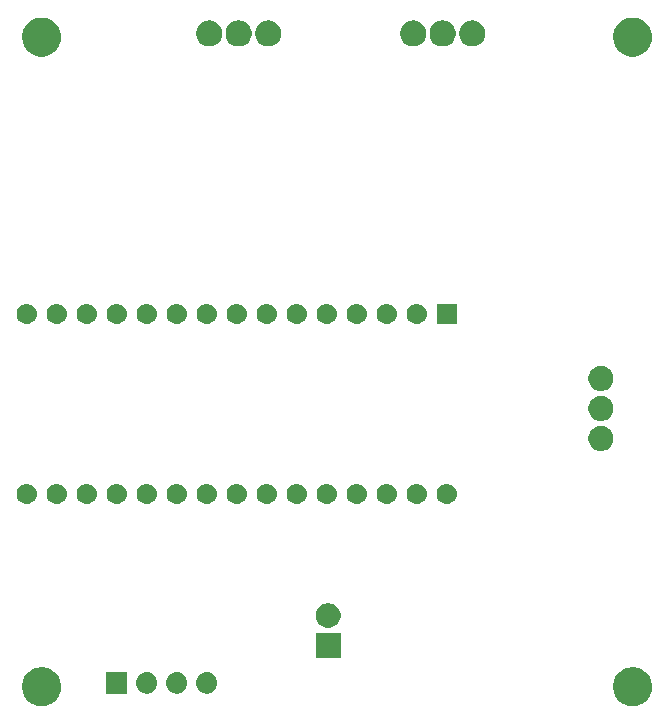
<source format=gbs>
G04 #@! TF.GenerationSoftware,KiCad,Pcbnew,(5.1.2-1)-1*
G04 #@! TF.CreationDate,2019-06-15T18:23:21+02:00*
G04 #@! TF.ProjectId,laser_control,6c617365-725f-4636-9f6e-74726f6c2e6b,rev?*
G04 #@! TF.SameCoordinates,Original*
G04 #@! TF.FileFunction,Soldermask,Bot*
G04 #@! TF.FilePolarity,Negative*
%FSLAX46Y46*%
G04 Gerber Fmt 4.6, Leading zero omitted, Abs format (unit mm)*
G04 Created by KiCad (PCBNEW (5.1.2-1)-1) date 2019-06-15 18:23:21*
%MOMM*%
%LPD*%
G04 APERTURE LIST*
%ADD10C,0.100000*%
G04 APERTURE END LIST*
D10*
G36*
X153537256Y-119991298D02*
G01*
X153643579Y-120012447D01*
X153944042Y-120136903D01*
X154214451Y-120317585D01*
X154444415Y-120547549D01*
X154625097Y-120817958D01*
X154745392Y-121108375D01*
X154749553Y-121118422D01*
X154813000Y-121437389D01*
X154813000Y-121762611D01*
X154770702Y-121975256D01*
X154749553Y-122081579D01*
X154625097Y-122382042D01*
X154444415Y-122652451D01*
X154214451Y-122882415D01*
X153944042Y-123063097D01*
X153643579Y-123187553D01*
X153537256Y-123208702D01*
X153324611Y-123251000D01*
X152999389Y-123251000D01*
X152786744Y-123208702D01*
X152680421Y-123187553D01*
X152379958Y-123063097D01*
X152109549Y-122882415D01*
X151879585Y-122652451D01*
X151698903Y-122382042D01*
X151574447Y-122081579D01*
X151553298Y-121975256D01*
X151511000Y-121762611D01*
X151511000Y-121437389D01*
X151574447Y-121118422D01*
X151578609Y-121108375D01*
X151698903Y-120817958D01*
X151879585Y-120547549D01*
X152109549Y-120317585D01*
X152379958Y-120136903D01*
X152680421Y-120012447D01*
X152786744Y-119991298D01*
X152999389Y-119949000D01*
X153324611Y-119949000D01*
X153537256Y-119991298D01*
X153537256Y-119991298D01*
G37*
G36*
X103499256Y-119991298D02*
G01*
X103605579Y-120012447D01*
X103906042Y-120136903D01*
X104176451Y-120317585D01*
X104406415Y-120547549D01*
X104587097Y-120817958D01*
X104707392Y-121108375D01*
X104711553Y-121118422D01*
X104775000Y-121437389D01*
X104775000Y-121762611D01*
X104732702Y-121975256D01*
X104711553Y-122081579D01*
X104587097Y-122382042D01*
X104406415Y-122652451D01*
X104176451Y-122882415D01*
X103906042Y-123063097D01*
X103605579Y-123187553D01*
X103499256Y-123208702D01*
X103286611Y-123251000D01*
X102961389Y-123251000D01*
X102748744Y-123208702D01*
X102642421Y-123187553D01*
X102341958Y-123063097D01*
X102071549Y-122882415D01*
X101841585Y-122652451D01*
X101660903Y-122382042D01*
X101536447Y-122081579D01*
X101515298Y-121975256D01*
X101473000Y-121762611D01*
X101473000Y-121437389D01*
X101536447Y-121118422D01*
X101540609Y-121108375D01*
X101660903Y-120817958D01*
X101841585Y-120547549D01*
X102071549Y-120317585D01*
X102341958Y-120136903D01*
X102642421Y-120012447D01*
X102748744Y-119991298D01*
X102961389Y-119949000D01*
X103286611Y-119949000D01*
X103499256Y-119991298D01*
X103499256Y-119991298D01*
G37*
G36*
X112124443Y-120390519D02*
G01*
X112190627Y-120397037D01*
X112360466Y-120448557D01*
X112516991Y-120532222D01*
X112535669Y-120547551D01*
X112654186Y-120644814D01*
X112737448Y-120746271D01*
X112766778Y-120782009D01*
X112850443Y-120938534D01*
X112901963Y-121108373D01*
X112919359Y-121285000D01*
X112901963Y-121461627D01*
X112850443Y-121631466D01*
X112766778Y-121787991D01*
X112737448Y-121823729D01*
X112654186Y-121925186D01*
X112552729Y-122008448D01*
X112516991Y-122037778D01*
X112360466Y-122121443D01*
X112190627Y-122172963D01*
X112124442Y-122179482D01*
X112058260Y-122186000D01*
X111969740Y-122186000D01*
X111903558Y-122179482D01*
X111837373Y-122172963D01*
X111667534Y-122121443D01*
X111511009Y-122037778D01*
X111475271Y-122008448D01*
X111373814Y-121925186D01*
X111290552Y-121823729D01*
X111261222Y-121787991D01*
X111177557Y-121631466D01*
X111126037Y-121461627D01*
X111108641Y-121285000D01*
X111126037Y-121108373D01*
X111177557Y-120938534D01*
X111261222Y-120782009D01*
X111290552Y-120746271D01*
X111373814Y-120644814D01*
X111492331Y-120547551D01*
X111511009Y-120532222D01*
X111667534Y-120448557D01*
X111837373Y-120397037D01*
X111903557Y-120390519D01*
X111969740Y-120384000D01*
X112058260Y-120384000D01*
X112124443Y-120390519D01*
X112124443Y-120390519D01*
G37*
G36*
X110375000Y-122186000D02*
G01*
X108573000Y-122186000D01*
X108573000Y-120384000D01*
X110375000Y-120384000D01*
X110375000Y-122186000D01*
X110375000Y-122186000D01*
G37*
G36*
X117204443Y-120390519D02*
G01*
X117270627Y-120397037D01*
X117440466Y-120448557D01*
X117596991Y-120532222D01*
X117615669Y-120547551D01*
X117734186Y-120644814D01*
X117817448Y-120746271D01*
X117846778Y-120782009D01*
X117930443Y-120938534D01*
X117981963Y-121108373D01*
X117999359Y-121285000D01*
X117981963Y-121461627D01*
X117930443Y-121631466D01*
X117846778Y-121787991D01*
X117817448Y-121823729D01*
X117734186Y-121925186D01*
X117632729Y-122008448D01*
X117596991Y-122037778D01*
X117440466Y-122121443D01*
X117270627Y-122172963D01*
X117204442Y-122179482D01*
X117138260Y-122186000D01*
X117049740Y-122186000D01*
X116983558Y-122179482D01*
X116917373Y-122172963D01*
X116747534Y-122121443D01*
X116591009Y-122037778D01*
X116555271Y-122008448D01*
X116453814Y-121925186D01*
X116370552Y-121823729D01*
X116341222Y-121787991D01*
X116257557Y-121631466D01*
X116206037Y-121461627D01*
X116188641Y-121285000D01*
X116206037Y-121108373D01*
X116257557Y-120938534D01*
X116341222Y-120782009D01*
X116370552Y-120746271D01*
X116453814Y-120644814D01*
X116572331Y-120547551D01*
X116591009Y-120532222D01*
X116747534Y-120448557D01*
X116917373Y-120397037D01*
X116983557Y-120390519D01*
X117049740Y-120384000D01*
X117138260Y-120384000D01*
X117204443Y-120390519D01*
X117204443Y-120390519D01*
G37*
G36*
X114664443Y-120390519D02*
G01*
X114730627Y-120397037D01*
X114900466Y-120448557D01*
X115056991Y-120532222D01*
X115075669Y-120547551D01*
X115194186Y-120644814D01*
X115277448Y-120746271D01*
X115306778Y-120782009D01*
X115390443Y-120938534D01*
X115441963Y-121108373D01*
X115459359Y-121285000D01*
X115441963Y-121461627D01*
X115390443Y-121631466D01*
X115306778Y-121787991D01*
X115277448Y-121823729D01*
X115194186Y-121925186D01*
X115092729Y-122008448D01*
X115056991Y-122037778D01*
X114900466Y-122121443D01*
X114730627Y-122172963D01*
X114664442Y-122179482D01*
X114598260Y-122186000D01*
X114509740Y-122186000D01*
X114443558Y-122179482D01*
X114377373Y-122172963D01*
X114207534Y-122121443D01*
X114051009Y-122037778D01*
X114015271Y-122008448D01*
X113913814Y-121925186D01*
X113830552Y-121823729D01*
X113801222Y-121787991D01*
X113717557Y-121631466D01*
X113666037Y-121461627D01*
X113648641Y-121285000D01*
X113666037Y-121108373D01*
X113717557Y-120938534D01*
X113801222Y-120782009D01*
X113830552Y-120746271D01*
X113913814Y-120644814D01*
X114032331Y-120547551D01*
X114051009Y-120532222D01*
X114207534Y-120448557D01*
X114377373Y-120397037D01*
X114443557Y-120390519D01*
X114509740Y-120384000D01*
X114598260Y-120384000D01*
X114664443Y-120390519D01*
X114664443Y-120390519D01*
G37*
G36*
X128432000Y-119161000D02*
G01*
X126330000Y-119161000D01*
X126330000Y-117059000D01*
X128432000Y-117059000D01*
X128432000Y-119161000D01*
X128432000Y-119161000D01*
G37*
G36*
X127687564Y-114559389D02*
G01*
X127878833Y-114638615D01*
X127878835Y-114638616D01*
X128050973Y-114753635D01*
X128197365Y-114900027D01*
X128312385Y-115072167D01*
X128391611Y-115263436D01*
X128432000Y-115466484D01*
X128432000Y-115673516D01*
X128391611Y-115876564D01*
X128312385Y-116067833D01*
X128312384Y-116067835D01*
X128197365Y-116239973D01*
X128050973Y-116386365D01*
X127878835Y-116501384D01*
X127878834Y-116501385D01*
X127878833Y-116501385D01*
X127687564Y-116580611D01*
X127484516Y-116621000D01*
X127277484Y-116621000D01*
X127074436Y-116580611D01*
X126883167Y-116501385D01*
X126883166Y-116501385D01*
X126883165Y-116501384D01*
X126711027Y-116386365D01*
X126564635Y-116239973D01*
X126449616Y-116067835D01*
X126449615Y-116067833D01*
X126370389Y-115876564D01*
X126330000Y-115673516D01*
X126330000Y-115466484D01*
X126370389Y-115263436D01*
X126449615Y-115072167D01*
X126564635Y-114900027D01*
X126711027Y-114753635D01*
X126883165Y-114638616D01*
X126883167Y-114638615D01*
X127074436Y-114559389D01*
X127277484Y-114519000D01*
X127484516Y-114519000D01*
X127687564Y-114559389D01*
X127687564Y-114559389D01*
G37*
G36*
X117260823Y-104444313D02*
G01*
X117421242Y-104492976D01*
X117553906Y-104563886D01*
X117569078Y-104571996D01*
X117698659Y-104678341D01*
X117805004Y-104807922D01*
X117805005Y-104807924D01*
X117884024Y-104955758D01*
X117932687Y-105116177D01*
X117949117Y-105283000D01*
X117932687Y-105449823D01*
X117884024Y-105610242D01*
X117813114Y-105742906D01*
X117805004Y-105758078D01*
X117698659Y-105887659D01*
X117569078Y-105994004D01*
X117569076Y-105994005D01*
X117421242Y-106073024D01*
X117260823Y-106121687D01*
X117135804Y-106134000D01*
X117052196Y-106134000D01*
X116927177Y-106121687D01*
X116766758Y-106073024D01*
X116618924Y-105994005D01*
X116618922Y-105994004D01*
X116489341Y-105887659D01*
X116382996Y-105758078D01*
X116374886Y-105742906D01*
X116303976Y-105610242D01*
X116255313Y-105449823D01*
X116238883Y-105283000D01*
X116255313Y-105116177D01*
X116303976Y-104955758D01*
X116382995Y-104807924D01*
X116382996Y-104807922D01*
X116489341Y-104678341D01*
X116618922Y-104571996D01*
X116634094Y-104563886D01*
X116766758Y-104492976D01*
X116927177Y-104444313D01*
X117052196Y-104432000D01*
X117135804Y-104432000D01*
X117260823Y-104444313D01*
X117260823Y-104444313D01*
G37*
G36*
X114720823Y-104444313D02*
G01*
X114881242Y-104492976D01*
X115013906Y-104563886D01*
X115029078Y-104571996D01*
X115158659Y-104678341D01*
X115265004Y-104807922D01*
X115265005Y-104807924D01*
X115344024Y-104955758D01*
X115392687Y-105116177D01*
X115409117Y-105283000D01*
X115392687Y-105449823D01*
X115344024Y-105610242D01*
X115273114Y-105742906D01*
X115265004Y-105758078D01*
X115158659Y-105887659D01*
X115029078Y-105994004D01*
X115029076Y-105994005D01*
X114881242Y-106073024D01*
X114720823Y-106121687D01*
X114595804Y-106134000D01*
X114512196Y-106134000D01*
X114387177Y-106121687D01*
X114226758Y-106073024D01*
X114078924Y-105994005D01*
X114078922Y-105994004D01*
X113949341Y-105887659D01*
X113842996Y-105758078D01*
X113834886Y-105742906D01*
X113763976Y-105610242D01*
X113715313Y-105449823D01*
X113698883Y-105283000D01*
X113715313Y-105116177D01*
X113763976Y-104955758D01*
X113842995Y-104807924D01*
X113842996Y-104807922D01*
X113949341Y-104678341D01*
X114078922Y-104571996D01*
X114094094Y-104563886D01*
X114226758Y-104492976D01*
X114387177Y-104444313D01*
X114512196Y-104432000D01*
X114595804Y-104432000D01*
X114720823Y-104444313D01*
X114720823Y-104444313D01*
G37*
G36*
X112180823Y-104444313D02*
G01*
X112341242Y-104492976D01*
X112473906Y-104563886D01*
X112489078Y-104571996D01*
X112618659Y-104678341D01*
X112725004Y-104807922D01*
X112725005Y-104807924D01*
X112804024Y-104955758D01*
X112852687Y-105116177D01*
X112869117Y-105283000D01*
X112852687Y-105449823D01*
X112804024Y-105610242D01*
X112733114Y-105742906D01*
X112725004Y-105758078D01*
X112618659Y-105887659D01*
X112489078Y-105994004D01*
X112489076Y-105994005D01*
X112341242Y-106073024D01*
X112180823Y-106121687D01*
X112055804Y-106134000D01*
X111972196Y-106134000D01*
X111847177Y-106121687D01*
X111686758Y-106073024D01*
X111538924Y-105994005D01*
X111538922Y-105994004D01*
X111409341Y-105887659D01*
X111302996Y-105758078D01*
X111294886Y-105742906D01*
X111223976Y-105610242D01*
X111175313Y-105449823D01*
X111158883Y-105283000D01*
X111175313Y-105116177D01*
X111223976Y-104955758D01*
X111302995Y-104807924D01*
X111302996Y-104807922D01*
X111409341Y-104678341D01*
X111538922Y-104571996D01*
X111554094Y-104563886D01*
X111686758Y-104492976D01*
X111847177Y-104444313D01*
X111972196Y-104432000D01*
X112055804Y-104432000D01*
X112180823Y-104444313D01*
X112180823Y-104444313D01*
G37*
G36*
X109640823Y-104444313D02*
G01*
X109801242Y-104492976D01*
X109933906Y-104563886D01*
X109949078Y-104571996D01*
X110078659Y-104678341D01*
X110185004Y-104807922D01*
X110185005Y-104807924D01*
X110264024Y-104955758D01*
X110312687Y-105116177D01*
X110329117Y-105283000D01*
X110312687Y-105449823D01*
X110264024Y-105610242D01*
X110193114Y-105742906D01*
X110185004Y-105758078D01*
X110078659Y-105887659D01*
X109949078Y-105994004D01*
X109949076Y-105994005D01*
X109801242Y-106073024D01*
X109640823Y-106121687D01*
X109515804Y-106134000D01*
X109432196Y-106134000D01*
X109307177Y-106121687D01*
X109146758Y-106073024D01*
X108998924Y-105994005D01*
X108998922Y-105994004D01*
X108869341Y-105887659D01*
X108762996Y-105758078D01*
X108754886Y-105742906D01*
X108683976Y-105610242D01*
X108635313Y-105449823D01*
X108618883Y-105283000D01*
X108635313Y-105116177D01*
X108683976Y-104955758D01*
X108762995Y-104807924D01*
X108762996Y-104807922D01*
X108869341Y-104678341D01*
X108998922Y-104571996D01*
X109014094Y-104563886D01*
X109146758Y-104492976D01*
X109307177Y-104444313D01*
X109432196Y-104432000D01*
X109515804Y-104432000D01*
X109640823Y-104444313D01*
X109640823Y-104444313D01*
G37*
G36*
X107100823Y-104444313D02*
G01*
X107261242Y-104492976D01*
X107393906Y-104563886D01*
X107409078Y-104571996D01*
X107538659Y-104678341D01*
X107645004Y-104807922D01*
X107645005Y-104807924D01*
X107724024Y-104955758D01*
X107772687Y-105116177D01*
X107789117Y-105283000D01*
X107772687Y-105449823D01*
X107724024Y-105610242D01*
X107653114Y-105742906D01*
X107645004Y-105758078D01*
X107538659Y-105887659D01*
X107409078Y-105994004D01*
X107409076Y-105994005D01*
X107261242Y-106073024D01*
X107100823Y-106121687D01*
X106975804Y-106134000D01*
X106892196Y-106134000D01*
X106767177Y-106121687D01*
X106606758Y-106073024D01*
X106458924Y-105994005D01*
X106458922Y-105994004D01*
X106329341Y-105887659D01*
X106222996Y-105758078D01*
X106214886Y-105742906D01*
X106143976Y-105610242D01*
X106095313Y-105449823D01*
X106078883Y-105283000D01*
X106095313Y-105116177D01*
X106143976Y-104955758D01*
X106222995Y-104807924D01*
X106222996Y-104807922D01*
X106329341Y-104678341D01*
X106458922Y-104571996D01*
X106474094Y-104563886D01*
X106606758Y-104492976D01*
X106767177Y-104444313D01*
X106892196Y-104432000D01*
X106975804Y-104432000D01*
X107100823Y-104444313D01*
X107100823Y-104444313D01*
G37*
G36*
X104560823Y-104444313D02*
G01*
X104721242Y-104492976D01*
X104853906Y-104563886D01*
X104869078Y-104571996D01*
X104998659Y-104678341D01*
X105105004Y-104807922D01*
X105105005Y-104807924D01*
X105184024Y-104955758D01*
X105232687Y-105116177D01*
X105249117Y-105283000D01*
X105232687Y-105449823D01*
X105184024Y-105610242D01*
X105113114Y-105742906D01*
X105105004Y-105758078D01*
X104998659Y-105887659D01*
X104869078Y-105994004D01*
X104869076Y-105994005D01*
X104721242Y-106073024D01*
X104560823Y-106121687D01*
X104435804Y-106134000D01*
X104352196Y-106134000D01*
X104227177Y-106121687D01*
X104066758Y-106073024D01*
X103918924Y-105994005D01*
X103918922Y-105994004D01*
X103789341Y-105887659D01*
X103682996Y-105758078D01*
X103674886Y-105742906D01*
X103603976Y-105610242D01*
X103555313Y-105449823D01*
X103538883Y-105283000D01*
X103555313Y-105116177D01*
X103603976Y-104955758D01*
X103682995Y-104807924D01*
X103682996Y-104807922D01*
X103789341Y-104678341D01*
X103918922Y-104571996D01*
X103934094Y-104563886D01*
X104066758Y-104492976D01*
X104227177Y-104444313D01*
X104352196Y-104432000D01*
X104435804Y-104432000D01*
X104560823Y-104444313D01*
X104560823Y-104444313D01*
G37*
G36*
X102020823Y-104444313D02*
G01*
X102181242Y-104492976D01*
X102313906Y-104563886D01*
X102329078Y-104571996D01*
X102458659Y-104678341D01*
X102565004Y-104807922D01*
X102565005Y-104807924D01*
X102644024Y-104955758D01*
X102692687Y-105116177D01*
X102709117Y-105283000D01*
X102692687Y-105449823D01*
X102644024Y-105610242D01*
X102573114Y-105742906D01*
X102565004Y-105758078D01*
X102458659Y-105887659D01*
X102329078Y-105994004D01*
X102329076Y-105994005D01*
X102181242Y-106073024D01*
X102020823Y-106121687D01*
X101895804Y-106134000D01*
X101812196Y-106134000D01*
X101687177Y-106121687D01*
X101526758Y-106073024D01*
X101378924Y-105994005D01*
X101378922Y-105994004D01*
X101249341Y-105887659D01*
X101142996Y-105758078D01*
X101134886Y-105742906D01*
X101063976Y-105610242D01*
X101015313Y-105449823D01*
X100998883Y-105283000D01*
X101015313Y-105116177D01*
X101063976Y-104955758D01*
X101142995Y-104807924D01*
X101142996Y-104807922D01*
X101249341Y-104678341D01*
X101378922Y-104571996D01*
X101394094Y-104563886D01*
X101526758Y-104492976D01*
X101687177Y-104444313D01*
X101812196Y-104432000D01*
X101895804Y-104432000D01*
X102020823Y-104444313D01*
X102020823Y-104444313D01*
G37*
G36*
X127420823Y-104444313D02*
G01*
X127581242Y-104492976D01*
X127713906Y-104563886D01*
X127729078Y-104571996D01*
X127858659Y-104678341D01*
X127965004Y-104807922D01*
X127965005Y-104807924D01*
X128044024Y-104955758D01*
X128092687Y-105116177D01*
X128109117Y-105283000D01*
X128092687Y-105449823D01*
X128044024Y-105610242D01*
X127973114Y-105742906D01*
X127965004Y-105758078D01*
X127858659Y-105887659D01*
X127729078Y-105994004D01*
X127729076Y-105994005D01*
X127581242Y-106073024D01*
X127420823Y-106121687D01*
X127295804Y-106134000D01*
X127212196Y-106134000D01*
X127087177Y-106121687D01*
X126926758Y-106073024D01*
X126778924Y-105994005D01*
X126778922Y-105994004D01*
X126649341Y-105887659D01*
X126542996Y-105758078D01*
X126534886Y-105742906D01*
X126463976Y-105610242D01*
X126415313Y-105449823D01*
X126398883Y-105283000D01*
X126415313Y-105116177D01*
X126463976Y-104955758D01*
X126542995Y-104807924D01*
X126542996Y-104807922D01*
X126649341Y-104678341D01*
X126778922Y-104571996D01*
X126794094Y-104563886D01*
X126926758Y-104492976D01*
X127087177Y-104444313D01*
X127212196Y-104432000D01*
X127295804Y-104432000D01*
X127420823Y-104444313D01*
X127420823Y-104444313D01*
G37*
G36*
X124880823Y-104444313D02*
G01*
X125041242Y-104492976D01*
X125173906Y-104563886D01*
X125189078Y-104571996D01*
X125318659Y-104678341D01*
X125425004Y-104807922D01*
X125425005Y-104807924D01*
X125504024Y-104955758D01*
X125552687Y-105116177D01*
X125569117Y-105283000D01*
X125552687Y-105449823D01*
X125504024Y-105610242D01*
X125433114Y-105742906D01*
X125425004Y-105758078D01*
X125318659Y-105887659D01*
X125189078Y-105994004D01*
X125189076Y-105994005D01*
X125041242Y-106073024D01*
X124880823Y-106121687D01*
X124755804Y-106134000D01*
X124672196Y-106134000D01*
X124547177Y-106121687D01*
X124386758Y-106073024D01*
X124238924Y-105994005D01*
X124238922Y-105994004D01*
X124109341Y-105887659D01*
X124002996Y-105758078D01*
X123994886Y-105742906D01*
X123923976Y-105610242D01*
X123875313Y-105449823D01*
X123858883Y-105283000D01*
X123875313Y-105116177D01*
X123923976Y-104955758D01*
X124002995Y-104807924D01*
X124002996Y-104807922D01*
X124109341Y-104678341D01*
X124238922Y-104571996D01*
X124254094Y-104563886D01*
X124386758Y-104492976D01*
X124547177Y-104444313D01*
X124672196Y-104432000D01*
X124755804Y-104432000D01*
X124880823Y-104444313D01*
X124880823Y-104444313D01*
G37*
G36*
X129960823Y-104444313D02*
G01*
X130121242Y-104492976D01*
X130253906Y-104563886D01*
X130269078Y-104571996D01*
X130398659Y-104678341D01*
X130505004Y-104807922D01*
X130505005Y-104807924D01*
X130584024Y-104955758D01*
X130632687Y-105116177D01*
X130649117Y-105283000D01*
X130632687Y-105449823D01*
X130584024Y-105610242D01*
X130513114Y-105742906D01*
X130505004Y-105758078D01*
X130398659Y-105887659D01*
X130269078Y-105994004D01*
X130269076Y-105994005D01*
X130121242Y-106073024D01*
X129960823Y-106121687D01*
X129835804Y-106134000D01*
X129752196Y-106134000D01*
X129627177Y-106121687D01*
X129466758Y-106073024D01*
X129318924Y-105994005D01*
X129318922Y-105994004D01*
X129189341Y-105887659D01*
X129082996Y-105758078D01*
X129074886Y-105742906D01*
X129003976Y-105610242D01*
X128955313Y-105449823D01*
X128938883Y-105283000D01*
X128955313Y-105116177D01*
X129003976Y-104955758D01*
X129082995Y-104807924D01*
X129082996Y-104807922D01*
X129189341Y-104678341D01*
X129318922Y-104571996D01*
X129334094Y-104563886D01*
X129466758Y-104492976D01*
X129627177Y-104444313D01*
X129752196Y-104432000D01*
X129835804Y-104432000D01*
X129960823Y-104444313D01*
X129960823Y-104444313D01*
G37*
G36*
X119800823Y-104444313D02*
G01*
X119961242Y-104492976D01*
X120093906Y-104563886D01*
X120109078Y-104571996D01*
X120238659Y-104678341D01*
X120345004Y-104807922D01*
X120345005Y-104807924D01*
X120424024Y-104955758D01*
X120472687Y-105116177D01*
X120489117Y-105283000D01*
X120472687Y-105449823D01*
X120424024Y-105610242D01*
X120353114Y-105742906D01*
X120345004Y-105758078D01*
X120238659Y-105887659D01*
X120109078Y-105994004D01*
X120109076Y-105994005D01*
X119961242Y-106073024D01*
X119800823Y-106121687D01*
X119675804Y-106134000D01*
X119592196Y-106134000D01*
X119467177Y-106121687D01*
X119306758Y-106073024D01*
X119158924Y-105994005D01*
X119158922Y-105994004D01*
X119029341Y-105887659D01*
X118922996Y-105758078D01*
X118914886Y-105742906D01*
X118843976Y-105610242D01*
X118795313Y-105449823D01*
X118778883Y-105283000D01*
X118795313Y-105116177D01*
X118843976Y-104955758D01*
X118922995Y-104807924D01*
X118922996Y-104807922D01*
X119029341Y-104678341D01*
X119158922Y-104571996D01*
X119174094Y-104563886D01*
X119306758Y-104492976D01*
X119467177Y-104444313D01*
X119592196Y-104432000D01*
X119675804Y-104432000D01*
X119800823Y-104444313D01*
X119800823Y-104444313D01*
G37*
G36*
X122340823Y-104444313D02*
G01*
X122501242Y-104492976D01*
X122633906Y-104563886D01*
X122649078Y-104571996D01*
X122778659Y-104678341D01*
X122885004Y-104807922D01*
X122885005Y-104807924D01*
X122964024Y-104955758D01*
X123012687Y-105116177D01*
X123029117Y-105283000D01*
X123012687Y-105449823D01*
X122964024Y-105610242D01*
X122893114Y-105742906D01*
X122885004Y-105758078D01*
X122778659Y-105887659D01*
X122649078Y-105994004D01*
X122649076Y-105994005D01*
X122501242Y-106073024D01*
X122340823Y-106121687D01*
X122215804Y-106134000D01*
X122132196Y-106134000D01*
X122007177Y-106121687D01*
X121846758Y-106073024D01*
X121698924Y-105994005D01*
X121698922Y-105994004D01*
X121569341Y-105887659D01*
X121462996Y-105758078D01*
X121454886Y-105742906D01*
X121383976Y-105610242D01*
X121335313Y-105449823D01*
X121318883Y-105283000D01*
X121335313Y-105116177D01*
X121383976Y-104955758D01*
X121462995Y-104807924D01*
X121462996Y-104807922D01*
X121569341Y-104678341D01*
X121698922Y-104571996D01*
X121714094Y-104563886D01*
X121846758Y-104492976D01*
X122007177Y-104444313D01*
X122132196Y-104432000D01*
X122215804Y-104432000D01*
X122340823Y-104444313D01*
X122340823Y-104444313D01*
G37*
G36*
X132500823Y-104444313D02*
G01*
X132661242Y-104492976D01*
X132793906Y-104563886D01*
X132809078Y-104571996D01*
X132938659Y-104678341D01*
X133045004Y-104807922D01*
X133045005Y-104807924D01*
X133124024Y-104955758D01*
X133172687Y-105116177D01*
X133189117Y-105283000D01*
X133172687Y-105449823D01*
X133124024Y-105610242D01*
X133053114Y-105742906D01*
X133045004Y-105758078D01*
X132938659Y-105887659D01*
X132809078Y-105994004D01*
X132809076Y-105994005D01*
X132661242Y-106073024D01*
X132500823Y-106121687D01*
X132375804Y-106134000D01*
X132292196Y-106134000D01*
X132167177Y-106121687D01*
X132006758Y-106073024D01*
X131858924Y-105994005D01*
X131858922Y-105994004D01*
X131729341Y-105887659D01*
X131622996Y-105758078D01*
X131614886Y-105742906D01*
X131543976Y-105610242D01*
X131495313Y-105449823D01*
X131478883Y-105283000D01*
X131495313Y-105116177D01*
X131543976Y-104955758D01*
X131622995Y-104807924D01*
X131622996Y-104807922D01*
X131729341Y-104678341D01*
X131858922Y-104571996D01*
X131874094Y-104563886D01*
X132006758Y-104492976D01*
X132167177Y-104444313D01*
X132292196Y-104432000D01*
X132375804Y-104432000D01*
X132500823Y-104444313D01*
X132500823Y-104444313D01*
G37*
G36*
X135040823Y-104444313D02*
G01*
X135201242Y-104492976D01*
X135333906Y-104563886D01*
X135349078Y-104571996D01*
X135478659Y-104678341D01*
X135585004Y-104807922D01*
X135585005Y-104807924D01*
X135664024Y-104955758D01*
X135712687Y-105116177D01*
X135729117Y-105283000D01*
X135712687Y-105449823D01*
X135664024Y-105610242D01*
X135593114Y-105742906D01*
X135585004Y-105758078D01*
X135478659Y-105887659D01*
X135349078Y-105994004D01*
X135349076Y-105994005D01*
X135201242Y-106073024D01*
X135040823Y-106121687D01*
X134915804Y-106134000D01*
X134832196Y-106134000D01*
X134707177Y-106121687D01*
X134546758Y-106073024D01*
X134398924Y-105994005D01*
X134398922Y-105994004D01*
X134269341Y-105887659D01*
X134162996Y-105758078D01*
X134154886Y-105742906D01*
X134083976Y-105610242D01*
X134035313Y-105449823D01*
X134018883Y-105283000D01*
X134035313Y-105116177D01*
X134083976Y-104955758D01*
X134162995Y-104807924D01*
X134162996Y-104807922D01*
X134269341Y-104678341D01*
X134398922Y-104571996D01*
X134414094Y-104563886D01*
X134546758Y-104492976D01*
X134707177Y-104444313D01*
X134832196Y-104432000D01*
X134915804Y-104432000D01*
X135040823Y-104444313D01*
X135040823Y-104444313D01*
G37*
G36*
X137580823Y-104444313D02*
G01*
X137741242Y-104492976D01*
X137873906Y-104563886D01*
X137889078Y-104571996D01*
X138018659Y-104678341D01*
X138125004Y-104807922D01*
X138125005Y-104807924D01*
X138204024Y-104955758D01*
X138252687Y-105116177D01*
X138269117Y-105283000D01*
X138252687Y-105449823D01*
X138204024Y-105610242D01*
X138133114Y-105742906D01*
X138125004Y-105758078D01*
X138018659Y-105887659D01*
X137889078Y-105994004D01*
X137889076Y-105994005D01*
X137741242Y-106073024D01*
X137580823Y-106121687D01*
X137455804Y-106134000D01*
X137372196Y-106134000D01*
X137247177Y-106121687D01*
X137086758Y-106073024D01*
X136938924Y-105994005D01*
X136938922Y-105994004D01*
X136809341Y-105887659D01*
X136702996Y-105758078D01*
X136694886Y-105742906D01*
X136623976Y-105610242D01*
X136575313Y-105449823D01*
X136558883Y-105283000D01*
X136575313Y-105116177D01*
X136623976Y-104955758D01*
X136702995Y-104807924D01*
X136702996Y-104807922D01*
X136809341Y-104678341D01*
X136938922Y-104571996D01*
X136954094Y-104563886D01*
X137086758Y-104492976D01*
X137247177Y-104444313D01*
X137372196Y-104432000D01*
X137455804Y-104432000D01*
X137580823Y-104444313D01*
X137580823Y-104444313D01*
G37*
G36*
X150712154Y-99550182D02*
G01*
X150780482Y-99563773D01*
X150877027Y-99603763D01*
X150973573Y-99643754D01*
X151147346Y-99759865D01*
X151295135Y-99907654D01*
X151411246Y-100081427D01*
X151491227Y-100274519D01*
X151532000Y-100479499D01*
X151532000Y-100688501D01*
X151491227Y-100893481D01*
X151411246Y-101086573D01*
X151295135Y-101260346D01*
X151147346Y-101408135D01*
X150973573Y-101524246D01*
X150877027Y-101564236D01*
X150780482Y-101604227D01*
X150712154Y-101617818D01*
X150575501Y-101645000D01*
X150366499Y-101645000D01*
X150229846Y-101617818D01*
X150161518Y-101604227D01*
X150064973Y-101564236D01*
X149968427Y-101524246D01*
X149794654Y-101408135D01*
X149646865Y-101260346D01*
X149530754Y-101086573D01*
X149450773Y-100893481D01*
X149410000Y-100688501D01*
X149410000Y-100479499D01*
X149450773Y-100274519D01*
X149530754Y-100081427D01*
X149646865Y-99907654D01*
X149794654Y-99759865D01*
X149968427Y-99643754D01*
X150064973Y-99603764D01*
X150161518Y-99563773D01*
X150229846Y-99550182D01*
X150366499Y-99523000D01*
X150575501Y-99523000D01*
X150712154Y-99550182D01*
X150712154Y-99550182D01*
G37*
G36*
X150712154Y-97010182D02*
G01*
X150780482Y-97023773D01*
X150877027Y-97063763D01*
X150973573Y-97103754D01*
X151147346Y-97219865D01*
X151295135Y-97367654D01*
X151411246Y-97541427D01*
X151491227Y-97734519D01*
X151532000Y-97939499D01*
X151532000Y-98148501D01*
X151491227Y-98353481D01*
X151411246Y-98546573D01*
X151295135Y-98720346D01*
X151147346Y-98868135D01*
X150973573Y-98984246D01*
X150877027Y-99024236D01*
X150780482Y-99064227D01*
X150712154Y-99077818D01*
X150575501Y-99105000D01*
X150366499Y-99105000D01*
X150229846Y-99077818D01*
X150161518Y-99064227D01*
X150064973Y-99024236D01*
X149968427Y-98984246D01*
X149794654Y-98868135D01*
X149646865Y-98720346D01*
X149530754Y-98546573D01*
X149450773Y-98353481D01*
X149410000Y-98148501D01*
X149410000Y-97939499D01*
X149450773Y-97734519D01*
X149530754Y-97541427D01*
X149646865Y-97367654D01*
X149794654Y-97219865D01*
X149968427Y-97103754D01*
X150064973Y-97063764D01*
X150161518Y-97023773D01*
X150229846Y-97010182D01*
X150366499Y-96983000D01*
X150575501Y-96983000D01*
X150712154Y-97010182D01*
X150712154Y-97010182D01*
G37*
G36*
X150712154Y-94470182D02*
G01*
X150780482Y-94483773D01*
X150877027Y-94523763D01*
X150973573Y-94563754D01*
X151147346Y-94679865D01*
X151295135Y-94827654D01*
X151411246Y-95001427D01*
X151491227Y-95194519D01*
X151532000Y-95399499D01*
X151532000Y-95608501D01*
X151491227Y-95813481D01*
X151411246Y-96006573D01*
X151295135Y-96180346D01*
X151147346Y-96328135D01*
X150973573Y-96444246D01*
X150877027Y-96484236D01*
X150780482Y-96524227D01*
X150712154Y-96537818D01*
X150575501Y-96565000D01*
X150366499Y-96565000D01*
X150229846Y-96537818D01*
X150161518Y-96524227D01*
X150064973Y-96484236D01*
X149968427Y-96444246D01*
X149794654Y-96328135D01*
X149646865Y-96180346D01*
X149530754Y-96006573D01*
X149450773Y-95813481D01*
X149410000Y-95608501D01*
X149410000Y-95399499D01*
X149450773Y-95194519D01*
X149530754Y-95001427D01*
X149646865Y-94827654D01*
X149794654Y-94679865D01*
X149968427Y-94563754D01*
X150064973Y-94523764D01*
X150161518Y-94483773D01*
X150229846Y-94470182D01*
X150366499Y-94443000D01*
X150575501Y-94443000D01*
X150712154Y-94470182D01*
X150712154Y-94470182D01*
G37*
G36*
X138265000Y-90894000D02*
G01*
X136563000Y-90894000D01*
X136563000Y-89192000D01*
X138265000Y-89192000D01*
X138265000Y-90894000D01*
X138265000Y-90894000D01*
G37*
G36*
X109640823Y-89204313D02*
G01*
X109801242Y-89252976D01*
X109933906Y-89323886D01*
X109949078Y-89331996D01*
X110078659Y-89438341D01*
X110185004Y-89567922D01*
X110185005Y-89567924D01*
X110264024Y-89715758D01*
X110312687Y-89876177D01*
X110329117Y-90043000D01*
X110312687Y-90209823D01*
X110264024Y-90370242D01*
X110193114Y-90502906D01*
X110185004Y-90518078D01*
X110078659Y-90647659D01*
X109949078Y-90754004D01*
X109949076Y-90754005D01*
X109801242Y-90833024D01*
X109640823Y-90881687D01*
X109515804Y-90894000D01*
X109432196Y-90894000D01*
X109307177Y-90881687D01*
X109146758Y-90833024D01*
X108998924Y-90754005D01*
X108998922Y-90754004D01*
X108869341Y-90647659D01*
X108762996Y-90518078D01*
X108754886Y-90502906D01*
X108683976Y-90370242D01*
X108635313Y-90209823D01*
X108618883Y-90043000D01*
X108635313Y-89876177D01*
X108683976Y-89715758D01*
X108762995Y-89567924D01*
X108762996Y-89567922D01*
X108869341Y-89438341D01*
X108998922Y-89331996D01*
X109014094Y-89323886D01*
X109146758Y-89252976D01*
X109307177Y-89204313D01*
X109432196Y-89192000D01*
X109515804Y-89192000D01*
X109640823Y-89204313D01*
X109640823Y-89204313D01*
G37*
G36*
X135040823Y-89204313D02*
G01*
X135201242Y-89252976D01*
X135333906Y-89323886D01*
X135349078Y-89331996D01*
X135478659Y-89438341D01*
X135585004Y-89567922D01*
X135585005Y-89567924D01*
X135664024Y-89715758D01*
X135712687Y-89876177D01*
X135729117Y-90043000D01*
X135712687Y-90209823D01*
X135664024Y-90370242D01*
X135593114Y-90502906D01*
X135585004Y-90518078D01*
X135478659Y-90647659D01*
X135349078Y-90754004D01*
X135349076Y-90754005D01*
X135201242Y-90833024D01*
X135040823Y-90881687D01*
X134915804Y-90894000D01*
X134832196Y-90894000D01*
X134707177Y-90881687D01*
X134546758Y-90833024D01*
X134398924Y-90754005D01*
X134398922Y-90754004D01*
X134269341Y-90647659D01*
X134162996Y-90518078D01*
X134154886Y-90502906D01*
X134083976Y-90370242D01*
X134035313Y-90209823D01*
X134018883Y-90043000D01*
X134035313Y-89876177D01*
X134083976Y-89715758D01*
X134162995Y-89567924D01*
X134162996Y-89567922D01*
X134269341Y-89438341D01*
X134398922Y-89331996D01*
X134414094Y-89323886D01*
X134546758Y-89252976D01*
X134707177Y-89204313D01*
X134832196Y-89192000D01*
X134915804Y-89192000D01*
X135040823Y-89204313D01*
X135040823Y-89204313D01*
G37*
G36*
X132500823Y-89204313D02*
G01*
X132661242Y-89252976D01*
X132793906Y-89323886D01*
X132809078Y-89331996D01*
X132938659Y-89438341D01*
X133045004Y-89567922D01*
X133045005Y-89567924D01*
X133124024Y-89715758D01*
X133172687Y-89876177D01*
X133189117Y-90043000D01*
X133172687Y-90209823D01*
X133124024Y-90370242D01*
X133053114Y-90502906D01*
X133045004Y-90518078D01*
X132938659Y-90647659D01*
X132809078Y-90754004D01*
X132809076Y-90754005D01*
X132661242Y-90833024D01*
X132500823Y-90881687D01*
X132375804Y-90894000D01*
X132292196Y-90894000D01*
X132167177Y-90881687D01*
X132006758Y-90833024D01*
X131858924Y-90754005D01*
X131858922Y-90754004D01*
X131729341Y-90647659D01*
X131622996Y-90518078D01*
X131614886Y-90502906D01*
X131543976Y-90370242D01*
X131495313Y-90209823D01*
X131478883Y-90043000D01*
X131495313Y-89876177D01*
X131543976Y-89715758D01*
X131622995Y-89567924D01*
X131622996Y-89567922D01*
X131729341Y-89438341D01*
X131858922Y-89331996D01*
X131874094Y-89323886D01*
X132006758Y-89252976D01*
X132167177Y-89204313D01*
X132292196Y-89192000D01*
X132375804Y-89192000D01*
X132500823Y-89204313D01*
X132500823Y-89204313D01*
G37*
G36*
X129960823Y-89204313D02*
G01*
X130121242Y-89252976D01*
X130253906Y-89323886D01*
X130269078Y-89331996D01*
X130398659Y-89438341D01*
X130505004Y-89567922D01*
X130505005Y-89567924D01*
X130584024Y-89715758D01*
X130632687Y-89876177D01*
X130649117Y-90043000D01*
X130632687Y-90209823D01*
X130584024Y-90370242D01*
X130513114Y-90502906D01*
X130505004Y-90518078D01*
X130398659Y-90647659D01*
X130269078Y-90754004D01*
X130269076Y-90754005D01*
X130121242Y-90833024D01*
X129960823Y-90881687D01*
X129835804Y-90894000D01*
X129752196Y-90894000D01*
X129627177Y-90881687D01*
X129466758Y-90833024D01*
X129318924Y-90754005D01*
X129318922Y-90754004D01*
X129189341Y-90647659D01*
X129082996Y-90518078D01*
X129074886Y-90502906D01*
X129003976Y-90370242D01*
X128955313Y-90209823D01*
X128938883Y-90043000D01*
X128955313Y-89876177D01*
X129003976Y-89715758D01*
X129082995Y-89567924D01*
X129082996Y-89567922D01*
X129189341Y-89438341D01*
X129318922Y-89331996D01*
X129334094Y-89323886D01*
X129466758Y-89252976D01*
X129627177Y-89204313D01*
X129752196Y-89192000D01*
X129835804Y-89192000D01*
X129960823Y-89204313D01*
X129960823Y-89204313D01*
G37*
G36*
X127420823Y-89204313D02*
G01*
X127581242Y-89252976D01*
X127713906Y-89323886D01*
X127729078Y-89331996D01*
X127858659Y-89438341D01*
X127965004Y-89567922D01*
X127965005Y-89567924D01*
X128044024Y-89715758D01*
X128092687Y-89876177D01*
X128109117Y-90043000D01*
X128092687Y-90209823D01*
X128044024Y-90370242D01*
X127973114Y-90502906D01*
X127965004Y-90518078D01*
X127858659Y-90647659D01*
X127729078Y-90754004D01*
X127729076Y-90754005D01*
X127581242Y-90833024D01*
X127420823Y-90881687D01*
X127295804Y-90894000D01*
X127212196Y-90894000D01*
X127087177Y-90881687D01*
X126926758Y-90833024D01*
X126778924Y-90754005D01*
X126778922Y-90754004D01*
X126649341Y-90647659D01*
X126542996Y-90518078D01*
X126534886Y-90502906D01*
X126463976Y-90370242D01*
X126415313Y-90209823D01*
X126398883Y-90043000D01*
X126415313Y-89876177D01*
X126463976Y-89715758D01*
X126542995Y-89567924D01*
X126542996Y-89567922D01*
X126649341Y-89438341D01*
X126778922Y-89331996D01*
X126794094Y-89323886D01*
X126926758Y-89252976D01*
X127087177Y-89204313D01*
X127212196Y-89192000D01*
X127295804Y-89192000D01*
X127420823Y-89204313D01*
X127420823Y-89204313D01*
G37*
G36*
X124880823Y-89204313D02*
G01*
X125041242Y-89252976D01*
X125173906Y-89323886D01*
X125189078Y-89331996D01*
X125318659Y-89438341D01*
X125425004Y-89567922D01*
X125425005Y-89567924D01*
X125504024Y-89715758D01*
X125552687Y-89876177D01*
X125569117Y-90043000D01*
X125552687Y-90209823D01*
X125504024Y-90370242D01*
X125433114Y-90502906D01*
X125425004Y-90518078D01*
X125318659Y-90647659D01*
X125189078Y-90754004D01*
X125189076Y-90754005D01*
X125041242Y-90833024D01*
X124880823Y-90881687D01*
X124755804Y-90894000D01*
X124672196Y-90894000D01*
X124547177Y-90881687D01*
X124386758Y-90833024D01*
X124238924Y-90754005D01*
X124238922Y-90754004D01*
X124109341Y-90647659D01*
X124002996Y-90518078D01*
X123994886Y-90502906D01*
X123923976Y-90370242D01*
X123875313Y-90209823D01*
X123858883Y-90043000D01*
X123875313Y-89876177D01*
X123923976Y-89715758D01*
X124002995Y-89567924D01*
X124002996Y-89567922D01*
X124109341Y-89438341D01*
X124238922Y-89331996D01*
X124254094Y-89323886D01*
X124386758Y-89252976D01*
X124547177Y-89204313D01*
X124672196Y-89192000D01*
X124755804Y-89192000D01*
X124880823Y-89204313D01*
X124880823Y-89204313D01*
G37*
G36*
X122340823Y-89204313D02*
G01*
X122501242Y-89252976D01*
X122633906Y-89323886D01*
X122649078Y-89331996D01*
X122778659Y-89438341D01*
X122885004Y-89567922D01*
X122885005Y-89567924D01*
X122964024Y-89715758D01*
X123012687Y-89876177D01*
X123029117Y-90043000D01*
X123012687Y-90209823D01*
X122964024Y-90370242D01*
X122893114Y-90502906D01*
X122885004Y-90518078D01*
X122778659Y-90647659D01*
X122649078Y-90754004D01*
X122649076Y-90754005D01*
X122501242Y-90833024D01*
X122340823Y-90881687D01*
X122215804Y-90894000D01*
X122132196Y-90894000D01*
X122007177Y-90881687D01*
X121846758Y-90833024D01*
X121698924Y-90754005D01*
X121698922Y-90754004D01*
X121569341Y-90647659D01*
X121462996Y-90518078D01*
X121454886Y-90502906D01*
X121383976Y-90370242D01*
X121335313Y-90209823D01*
X121318883Y-90043000D01*
X121335313Y-89876177D01*
X121383976Y-89715758D01*
X121462995Y-89567924D01*
X121462996Y-89567922D01*
X121569341Y-89438341D01*
X121698922Y-89331996D01*
X121714094Y-89323886D01*
X121846758Y-89252976D01*
X122007177Y-89204313D01*
X122132196Y-89192000D01*
X122215804Y-89192000D01*
X122340823Y-89204313D01*
X122340823Y-89204313D01*
G37*
G36*
X119800823Y-89204313D02*
G01*
X119961242Y-89252976D01*
X120093906Y-89323886D01*
X120109078Y-89331996D01*
X120238659Y-89438341D01*
X120345004Y-89567922D01*
X120345005Y-89567924D01*
X120424024Y-89715758D01*
X120472687Y-89876177D01*
X120489117Y-90043000D01*
X120472687Y-90209823D01*
X120424024Y-90370242D01*
X120353114Y-90502906D01*
X120345004Y-90518078D01*
X120238659Y-90647659D01*
X120109078Y-90754004D01*
X120109076Y-90754005D01*
X119961242Y-90833024D01*
X119800823Y-90881687D01*
X119675804Y-90894000D01*
X119592196Y-90894000D01*
X119467177Y-90881687D01*
X119306758Y-90833024D01*
X119158924Y-90754005D01*
X119158922Y-90754004D01*
X119029341Y-90647659D01*
X118922996Y-90518078D01*
X118914886Y-90502906D01*
X118843976Y-90370242D01*
X118795313Y-90209823D01*
X118778883Y-90043000D01*
X118795313Y-89876177D01*
X118843976Y-89715758D01*
X118922995Y-89567924D01*
X118922996Y-89567922D01*
X119029341Y-89438341D01*
X119158922Y-89331996D01*
X119174094Y-89323886D01*
X119306758Y-89252976D01*
X119467177Y-89204313D01*
X119592196Y-89192000D01*
X119675804Y-89192000D01*
X119800823Y-89204313D01*
X119800823Y-89204313D01*
G37*
G36*
X102020823Y-89204313D02*
G01*
X102181242Y-89252976D01*
X102313906Y-89323886D01*
X102329078Y-89331996D01*
X102458659Y-89438341D01*
X102565004Y-89567922D01*
X102565005Y-89567924D01*
X102644024Y-89715758D01*
X102692687Y-89876177D01*
X102709117Y-90043000D01*
X102692687Y-90209823D01*
X102644024Y-90370242D01*
X102573114Y-90502906D01*
X102565004Y-90518078D01*
X102458659Y-90647659D01*
X102329078Y-90754004D01*
X102329076Y-90754005D01*
X102181242Y-90833024D01*
X102020823Y-90881687D01*
X101895804Y-90894000D01*
X101812196Y-90894000D01*
X101687177Y-90881687D01*
X101526758Y-90833024D01*
X101378924Y-90754005D01*
X101378922Y-90754004D01*
X101249341Y-90647659D01*
X101142996Y-90518078D01*
X101134886Y-90502906D01*
X101063976Y-90370242D01*
X101015313Y-90209823D01*
X100998883Y-90043000D01*
X101015313Y-89876177D01*
X101063976Y-89715758D01*
X101142995Y-89567924D01*
X101142996Y-89567922D01*
X101249341Y-89438341D01*
X101378922Y-89331996D01*
X101394094Y-89323886D01*
X101526758Y-89252976D01*
X101687177Y-89204313D01*
X101812196Y-89192000D01*
X101895804Y-89192000D01*
X102020823Y-89204313D01*
X102020823Y-89204313D01*
G37*
G36*
X104560823Y-89204313D02*
G01*
X104721242Y-89252976D01*
X104853906Y-89323886D01*
X104869078Y-89331996D01*
X104998659Y-89438341D01*
X105105004Y-89567922D01*
X105105005Y-89567924D01*
X105184024Y-89715758D01*
X105232687Y-89876177D01*
X105249117Y-90043000D01*
X105232687Y-90209823D01*
X105184024Y-90370242D01*
X105113114Y-90502906D01*
X105105004Y-90518078D01*
X104998659Y-90647659D01*
X104869078Y-90754004D01*
X104869076Y-90754005D01*
X104721242Y-90833024D01*
X104560823Y-90881687D01*
X104435804Y-90894000D01*
X104352196Y-90894000D01*
X104227177Y-90881687D01*
X104066758Y-90833024D01*
X103918924Y-90754005D01*
X103918922Y-90754004D01*
X103789341Y-90647659D01*
X103682996Y-90518078D01*
X103674886Y-90502906D01*
X103603976Y-90370242D01*
X103555313Y-90209823D01*
X103538883Y-90043000D01*
X103555313Y-89876177D01*
X103603976Y-89715758D01*
X103682995Y-89567924D01*
X103682996Y-89567922D01*
X103789341Y-89438341D01*
X103918922Y-89331996D01*
X103934094Y-89323886D01*
X104066758Y-89252976D01*
X104227177Y-89204313D01*
X104352196Y-89192000D01*
X104435804Y-89192000D01*
X104560823Y-89204313D01*
X104560823Y-89204313D01*
G37*
G36*
X107100823Y-89204313D02*
G01*
X107261242Y-89252976D01*
X107393906Y-89323886D01*
X107409078Y-89331996D01*
X107538659Y-89438341D01*
X107645004Y-89567922D01*
X107645005Y-89567924D01*
X107724024Y-89715758D01*
X107772687Y-89876177D01*
X107789117Y-90043000D01*
X107772687Y-90209823D01*
X107724024Y-90370242D01*
X107653114Y-90502906D01*
X107645004Y-90518078D01*
X107538659Y-90647659D01*
X107409078Y-90754004D01*
X107409076Y-90754005D01*
X107261242Y-90833024D01*
X107100823Y-90881687D01*
X106975804Y-90894000D01*
X106892196Y-90894000D01*
X106767177Y-90881687D01*
X106606758Y-90833024D01*
X106458924Y-90754005D01*
X106458922Y-90754004D01*
X106329341Y-90647659D01*
X106222996Y-90518078D01*
X106214886Y-90502906D01*
X106143976Y-90370242D01*
X106095313Y-90209823D01*
X106078883Y-90043000D01*
X106095313Y-89876177D01*
X106143976Y-89715758D01*
X106222995Y-89567924D01*
X106222996Y-89567922D01*
X106329341Y-89438341D01*
X106458922Y-89331996D01*
X106474094Y-89323886D01*
X106606758Y-89252976D01*
X106767177Y-89204313D01*
X106892196Y-89192000D01*
X106975804Y-89192000D01*
X107100823Y-89204313D01*
X107100823Y-89204313D01*
G37*
G36*
X112180823Y-89204313D02*
G01*
X112341242Y-89252976D01*
X112473906Y-89323886D01*
X112489078Y-89331996D01*
X112618659Y-89438341D01*
X112725004Y-89567922D01*
X112725005Y-89567924D01*
X112804024Y-89715758D01*
X112852687Y-89876177D01*
X112869117Y-90043000D01*
X112852687Y-90209823D01*
X112804024Y-90370242D01*
X112733114Y-90502906D01*
X112725004Y-90518078D01*
X112618659Y-90647659D01*
X112489078Y-90754004D01*
X112489076Y-90754005D01*
X112341242Y-90833024D01*
X112180823Y-90881687D01*
X112055804Y-90894000D01*
X111972196Y-90894000D01*
X111847177Y-90881687D01*
X111686758Y-90833024D01*
X111538924Y-90754005D01*
X111538922Y-90754004D01*
X111409341Y-90647659D01*
X111302996Y-90518078D01*
X111294886Y-90502906D01*
X111223976Y-90370242D01*
X111175313Y-90209823D01*
X111158883Y-90043000D01*
X111175313Y-89876177D01*
X111223976Y-89715758D01*
X111302995Y-89567924D01*
X111302996Y-89567922D01*
X111409341Y-89438341D01*
X111538922Y-89331996D01*
X111554094Y-89323886D01*
X111686758Y-89252976D01*
X111847177Y-89204313D01*
X111972196Y-89192000D01*
X112055804Y-89192000D01*
X112180823Y-89204313D01*
X112180823Y-89204313D01*
G37*
G36*
X114720823Y-89204313D02*
G01*
X114881242Y-89252976D01*
X115013906Y-89323886D01*
X115029078Y-89331996D01*
X115158659Y-89438341D01*
X115265004Y-89567922D01*
X115265005Y-89567924D01*
X115344024Y-89715758D01*
X115392687Y-89876177D01*
X115409117Y-90043000D01*
X115392687Y-90209823D01*
X115344024Y-90370242D01*
X115273114Y-90502906D01*
X115265004Y-90518078D01*
X115158659Y-90647659D01*
X115029078Y-90754004D01*
X115029076Y-90754005D01*
X114881242Y-90833024D01*
X114720823Y-90881687D01*
X114595804Y-90894000D01*
X114512196Y-90894000D01*
X114387177Y-90881687D01*
X114226758Y-90833024D01*
X114078924Y-90754005D01*
X114078922Y-90754004D01*
X113949341Y-90647659D01*
X113842996Y-90518078D01*
X113834886Y-90502906D01*
X113763976Y-90370242D01*
X113715313Y-90209823D01*
X113698883Y-90043000D01*
X113715313Y-89876177D01*
X113763976Y-89715758D01*
X113842995Y-89567924D01*
X113842996Y-89567922D01*
X113949341Y-89438341D01*
X114078922Y-89331996D01*
X114094094Y-89323886D01*
X114226758Y-89252976D01*
X114387177Y-89204313D01*
X114512196Y-89192000D01*
X114595804Y-89192000D01*
X114720823Y-89204313D01*
X114720823Y-89204313D01*
G37*
G36*
X117260823Y-89204313D02*
G01*
X117421242Y-89252976D01*
X117553906Y-89323886D01*
X117569078Y-89331996D01*
X117698659Y-89438341D01*
X117805004Y-89567922D01*
X117805005Y-89567924D01*
X117884024Y-89715758D01*
X117932687Y-89876177D01*
X117949117Y-90043000D01*
X117932687Y-90209823D01*
X117884024Y-90370242D01*
X117813114Y-90502906D01*
X117805004Y-90518078D01*
X117698659Y-90647659D01*
X117569078Y-90754004D01*
X117569076Y-90754005D01*
X117421242Y-90833024D01*
X117260823Y-90881687D01*
X117135804Y-90894000D01*
X117052196Y-90894000D01*
X116927177Y-90881687D01*
X116766758Y-90833024D01*
X116618924Y-90754005D01*
X116618922Y-90754004D01*
X116489341Y-90647659D01*
X116382996Y-90518078D01*
X116374886Y-90502906D01*
X116303976Y-90370242D01*
X116255313Y-90209823D01*
X116238883Y-90043000D01*
X116255313Y-89876177D01*
X116303976Y-89715758D01*
X116382995Y-89567924D01*
X116382996Y-89567922D01*
X116489341Y-89438341D01*
X116618922Y-89331996D01*
X116634094Y-89323886D01*
X116766758Y-89252976D01*
X116927177Y-89204313D01*
X117052196Y-89192000D01*
X117135804Y-89192000D01*
X117260823Y-89204313D01*
X117260823Y-89204313D01*
G37*
G36*
X103499256Y-64991298D02*
G01*
X103605579Y-65012447D01*
X103906042Y-65136903D01*
X104176451Y-65317585D01*
X104406415Y-65547549D01*
X104556709Y-65772480D01*
X104587098Y-65817960D01*
X104711553Y-66118422D01*
X104775000Y-66437389D01*
X104775000Y-66762611D01*
X104732702Y-66975256D01*
X104711553Y-67081579D01*
X104623550Y-67294037D01*
X104599256Y-67352689D01*
X104587097Y-67382042D01*
X104406415Y-67652451D01*
X104176451Y-67882415D01*
X103906042Y-68063097D01*
X103605579Y-68187553D01*
X103499256Y-68208702D01*
X103286611Y-68251000D01*
X102961389Y-68251000D01*
X102748744Y-68208702D01*
X102642421Y-68187553D01*
X102341958Y-68063097D01*
X102071549Y-67882415D01*
X101841585Y-67652451D01*
X101660903Y-67382042D01*
X101648745Y-67352689D01*
X101624450Y-67294037D01*
X101536447Y-67081579D01*
X101515298Y-66975256D01*
X101473000Y-66762611D01*
X101473000Y-66437389D01*
X101536447Y-66118422D01*
X101660902Y-65817960D01*
X101691291Y-65772480D01*
X101841585Y-65547549D01*
X102071549Y-65317585D01*
X102341958Y-65136903D01*
X102642421Y-65012447D01*
X102748744Y-64991298D01*
X102961389Y-64949000D01*
X103286611Y-64949000D01*
X103499256Y-64991298D01*
X103499256Y-64991298D01*
G37*
G36*
X153537256Y-64991298D02*
G01*
X153643579Y-65012447D01*
X153944042Y-65136903D01*
X154214451Y-65317585D01*
X154444415Y-65547549D01*
X154594709Y-65772480D01*
X154625098Y-65817960D01*
X154749553Y-66118422D01*
X154813000Y-66437389D01*
X154813000Y-66762611D01*
X154770702Y-66975256D01*
X154749553Y-67081579D01*
X154661550Y-67294037D01*
X154637256Y-67352689D01*
X154625097Y-67382042D01*
X154444415Y-67652451D01*
X154214451Y-67882415D01*
X153944042Y-68063097D01*
X153643579Y-68187553D01*
X153537256Y-68208702D01*
X153324611Y-68251000D01*
X152999389Y-68251000D01*
X152786744Y-68208702D01*
X152680421Y-68187553D01*
X152379958Y-68063097D01*
X152109549Y-67882415D01*
X151879585Y-67652451D01*
X151698903Y-67382042D01*
X151686745Y-67352689D01*
X151662450Y-67294037D01*
X151574447Y-67081579D01*
X151553298Y-66975256D01*
X151511000Y-66762611D01*
X151511000Y-66437389D01*
X151574447Y-66118422D01*
X151698902Y-65817960D01*
X151729291Y-65772480D01*
X151879585Y-65547549D01*
X152109549Y-65317585D01*
X152379958Y-65136903D01*
X152680421Y-65012447D01*
X152786744Y-64991298D01*
X152999389Y-64949000D01*
X153324611Y-64949000D01*
X153537256Y-64991298D01*
X153537256Y-64991298D01*
G37*
G36*
X139787795Y-65214156D02*
G01*
X139894150Y-65235311D01*
X139994334Y-65276809D01*
X140094520Y-65318307D01*
X140274844Y-65438795D01*
X140428205Y-65592156D01*
X140548693Y-65772480D01*
X140631689Y-65972851D01*
X140674000Y-66185560D01*
X140674000Y-66402440D01*
X140631689Y-66615149D01*
X140548693Y-66815520D01*
X140428205Y-66995844D01*
X140274844Y-67149205D01*
X140094520Y-67269693D01*
X139894150Y-67352689D01*
X139787794Y-67373845D01*
X139681440Y-67395000D01*
X139464560Y-67395000D01*
X139358206Y-67373845D01*
X139251850Y-67352689D01*
X139051480Y-67269693D01*
X138871156Y-67149205D01*
X138717795Y-66995844D01*
X138597307Y-66815520D01*
X138514311Y-66615149D01*
X138472000Y-66402440D01*
X138472000Y-66185560D01*
X138514311Y-65972851D01*
X138597307Y-65772480D01*
X138717795Y-65592156D01*
X138871156Y-65438795D01*
X139051480Y-65318307D01*
X139151666Y-65276809D01*
X139251850Y-65235311D01*
X139358205Y-65214156D01*
X139464560Y-65193000D01*
X139681440Y-65193000D01*
X139787795Y-65214156D01*
X139787795Y-65214156D01*
G37*
G36*
X137287795Y-65214156D02*
G01*
X137394150Y-65235311D01*
X137494334Y-65276809D01*
X137594520Y-65318307D01*
X137774844Y-65438795D01*
X137928205Y-65592156D01*
X138048693Y-65772480D01*
X138131689Y-65972851D01*
X138174000Y-66185560D01*
X138174000Y-66402440D01*
X138131689Y-66615149D01*
X138048693Y-66815520D01*
X137928205Y-66995844D01*
X137774844Y-67149205D01*
X137594520Y-67269693D01*
X137394150Y-67352689D01*
X137287794Y-67373845D01*
X137181440Y-67395000D01*
X136964560Y-67395000D01*
X136858206Y-67373845D01*
X136751850Y-67352689D01*
X136551480Y-67269693D01*
X136371156Y-67149205D01*
X136217795Y-66995844D01*
X136097307Y-66815520D01*
X136014311Y-66615149D01*
X135972000Y-66402440D01*
X135972000Y-66185560D01*
X136014311Y-65972851D01*
X136097307Y-65772480D01*
X136217795Y-65592156D01*
X136371156Y-65438795D01*
X136551480Y-65318307D01*
X136651666Y-65276809D01*
X136751850Y-65235311D01*
X136858205Y-65214156D01*
X136964560Y-65193000D01*
X137181440Y-65193000D01*
X137287795Y-65214156D01*
X137287795Y-65214156D01*
G37*
G36*
X134787795Y-65214156D02*
G01*
X134894150Y-65235311D01*
X134994334Y-65276809D01*
X135094520Y-65318307D01*
X135274844Y-65438795D01*
X135428205Y-65592156D01*
X135548693Y-65772480D01*
X135631689Y-65972851D01*
X135674000Y-66185560D01*
X135674000Y-66402440D01*
X135631689Y-66615149D01*
X135548693Y-66815520D01*
X135428205Y-66995844D01*
X135274844Y-67149205D01*
X135094520Y-67269693D01*
X134894150Y-67352689D01*
X134787794Y-67373845D01*
X134681440Y-67395000D01*
X134464560Y-67395000D01*
X134358206Y-67373845D01*
X134251850Y-67352689D01*
X134051480Y-67269693D01*
X133871156Y-67149205D01*
X133717795Y-66995844D01*
X133597307Y-66815520D01*
X133514311Y-66615149D01*
X133472000Y-66402440D01*
X133472000Y-66185560D01*
X133514311Y-65972851D01*
X133597307Y-65772480D01*
X133717795Y-65592156D01*
X133871156Y-65438795D01*
X134051480Y-65318307D01*
X134151666Y-65276809D01*
X134251850Y-65235311D01*
X134358205Y-65214156D01*
X134464560Y-65193000D01*
X134681440Y-65193000D01*
X134787795Y-65214156D01*
X134787795Y-65214156D01*
G37*
G36*
X122515795Y-65214156D02*
G01*
X122622150Y-65235311D01*
X122722334Y-65276809D01*
X122822520Y-65318307D01*
X123002844Y-65438795D01*
X123156205Y-65592156D01*
X123276693Y-65772480D01*
X123359689Y-65972851D01*
X123402000Y-66185560D01*
X123402000Y-66402440D01*
X123359689Y-66615149D01*
X123276693Y-66815520D01*
X123156205Y-66995844D01*
X123002844Y-67149205D01*
X122822520Y-67269693D01*
X122622150Y-67352689D01*
X122515794Y-67373845D01*
X122409440Y-67395000D01*
X122192560Y-67395000D01*
X122086206Y-67373845D01*
X121979850Y-67352689D01*
X121779480Y-67269693D01*
X121599156Y-67149205D01*
X121445795Y-66995844D01*
X121325307Y-66815520D01*
X121242311Y-66615149D01*
X121200000Y-66402440D01*
X121200000Y-66185560D01*
X121242311Y-65972851D01*
X121325307Y-65772480D01*
X121445795Y-65592156D01*
X121599156Y-65438795D01*
X121779480Y-65318307D01*
X121879666Y-65276809D01*
X121979850Y-65235311D01*
X122086205Y-65214156D01*
X122192560Y-65193000D01*
X122409440Y-65193000D01*
X122515795Y-65214156D01*
X122515795Y-65214156D01*
G37*
G36*
X120015795Y-65214156D02*
G01*
X120122150Y-65235311D01*
X120222334Y-65276809D01*
X120322520Y-65318307D01*
X120502844Y-65438795D01*
X120656205Y-65592156D01*
X120776693Y-65772480D01*
X120859689Y-65972851D01*
X120902000Y-66185560D01*
X120902000Y-66402440D01*
X120859689Y-66615149D01*
X120776693Y-66815520D01*
X120656205Y-66995844D01*
X120502844Y-67149205D01*
X120322520Y-67269693D01*
X120122150Y-67352689D01*
X120015794Y-67373845D01*
X119909440Y-67395000D01*
X119692560Y-67395000D01*
X119586206Y-67373845D01*
X119479850Y-67352689D01*
X119279480Y-67269693D01*
X119099156Y-67149205D01*
X118945795Y-66995844D01*
X118825307Y-66815520D01*
X118742311Y-66615149D01*
X118700000Y-66402440D01*
X118700000Y-66185560D01*
X118742311Y-65972851D01*
X118825307Y-65772480D01*
X118945795Y-65592156D01*
X119099156Y-65438795D01*
X119279480Y-65318307D01*
X119379666Y-65276809D01*
X119479850Y-65235311D01*
X119586205Y-65214156D01*
X119692560Y-65193000D01*
X119909440Y-65193000D01*
X120015795Y-65214156D01*
X120015795Y-65214156D01*
G37*
G36*
X117515795Y-65214156D02*
G01*
X117622150Y-65235311D01*
X117722334Y-65276809D01*
X117822520Y-65318307D01*
X118002844Y-65438795D01*
X118156205Y-65592156D01*
X118276693Y-65772480D01*
X118359689Y-65972851D01*
X118402000Y-66185560D01*
X118402000Y-66402440D01*
X118359689Y-66615149D01*
X118276693Y-66815520D01*
X118156205Y-66995844D01*
X118002844Y-67149205D01*
X117822520Y-67269693D01*
X117622150Y-67352689D01*
X117515794Y-67373845D01*
X117409440Y-67395000D01*
X117192560Y-67395000D01*
X117086206Y-67373845D01*
X116979850Y-67352689D01*
X116779480Y-67269693D01*
X116599156Y-67149205D01*
X116445795Y-66995844D01*
X116325307Y-66815520D01*
X116242311Y-66615149D01*
X116200000Y-66402440D01*
X116200000Y-66185560D01*
X116242311Y-65972851D01*
X116325307Y-65772480D01*
X116445795Y-65592156D01*
X116599156Y-65438795D01*
X116779480Y-65318307D01*
X116879666Y-65276809D01*
X116979850Y-65235311D01*
X117086205Y-65214156D01*
X117192560Y-65193000D01*
X117409440Y-65193000D01*
X117515795Y-65214156D01*
X117515795Y-65214156D01*
G37*
M02*

</source>
